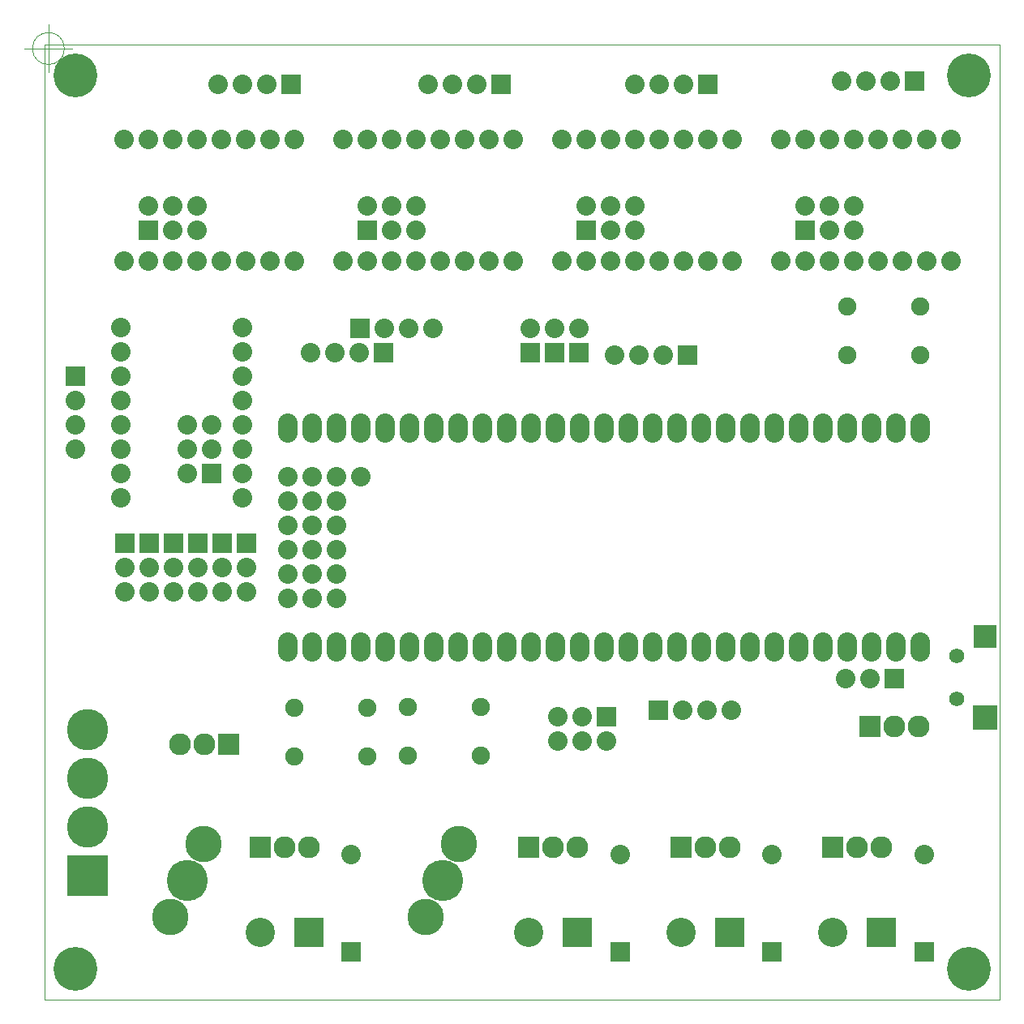
<source format=gbs>
G04 #@! TF.FileFunction,Soldermask,Bot*
%FSLAX46Y46*%
G04 Gerber Fmt 4.6, Leading zero omitted, Abs format (unit mm)*
G04 Created by KiCad (PCBNEW (after 2015-may-25 BZR unknown)-product) date 31/07/2015 1:32:04 PM*
%MOMM*%
G01*
G04 APERTURE LIST*
%ADD10C,0.150000*%
%ADD11C,0.025400*%
%ADD12C,2.032000*%
%ADD13O,2.032000X3.048000*%
%ADD14C,2.286000*%
%ADD15R,2.286000X2.286000*%
%ADD16C,1.905000*%
%ADD17R,2.032000X2.032000*%
%ADD18C,4.318000*%
%ADD19R,4.318000X4.318000*%
%ADD20R,3.048000X3.048000*%
%ADD21C,3.048000*%
%ADD22C,4.572000*%
%ADD23R,2.608580X2.608580*%
%ADD24R,2.407920X2.407920*%
%ADD25C,1.557020*%
%ADD26C,3.810000*%
%ADD27C,4.292600*%
G04 APERTURE END LIST*
D10*
D11*
X73806666Y-54360000D02*
G75*
G03X73806666Y-54360000I-1666666J0D01*
G01*
X69640000Y-54360000D02*
X74640000Y-54360000D01*
X72140000Y-51860000D02*
X72140000Y-56860000D01*
X73806666Y-54360000D02*
G75*
G03X73806666Y-54360000I-1666666J0D01*
G01*
X69640000Y-54360000D02*
X74640000Y-54360000D01*
X72140000Y-51860000D02*
X72140000Y-56860000D01*
X73806666Y-54360000D02*
G75*
G03X73806666Y-54360000I-1666666J0D01*
G01*
X69640000Y-54360000D02*
X74640000Y-54360000D01*
X72140000Y-51860000D02*
X72140000Y-56860000D01*
X73806666Y-54360000D02*
G75*
G03X73806666Y-54360000I-1666666J0D01*
G01*
X69640000Y-54360000D02*
X74640000Y-54360000D01*
X72140000Y-51860000D02*
X72140000Y-56860000D01*
X73806666Y-54360000D02*
G75*
G03X73806666Y-54360000I-1666666J0D01*
G01*
X69640000Y-54360000D02*
X74640000Y-54360000D01*
X72140000Y-51860000D02*
X72140000Y-56860000D01*
X71755000Y-53975000D02*
X71755000Y-153670000D01*
X171450000Y-53975000D02*
X71755000Y-53975000D01*
X171450000Y-153670000D02*
X171450000Y-53975000D01*
X71755000Y-153670000D02*
X171450000Y-153670000D01*
D12*
X104775000Y-99060000D03*
X102235000Y-101600000D03*
X102235000Y-106680000D03*
X102235000Y-104140000D03*
X102235000Y-109220000D03*
X102235000Y-99060000D03*
X102235000Y-111760000D03*
X99695000Y-111760000D03*
X99695000Y-99060000D03*
X99695000Y-109220000D03*
X99695000Y-104140000D03*
X99695000Y-106680000D03*
X99695000Y-101600000D03*
X97155000Y-101600000D03*
X97155000Y-106680000D03*
X97155000Y-104140000D03*
X97155000Y-109220000D03*
X97155000Y-99060000D03*
X97155000Y-111760000D03*
D13*
X158115000Y-116840000D03*
X163195000Y-116840000D03*
X160655000Y-116840000D03*
X155575000Y-116840000D03*
X153035000Y-116840000D03*
X150495000Y-116840000D03*
X142875000Y-116840000D03*
X145415000Y-116840000D03*
X147955000Y-116840000D03*
X140335000Y-116840000D03*
X137795000Y-116840000D03*
X135255000Y-116840000D03*
X120015000Y-116840000D03*
X122555000Y-116840000D03*
X125095000Y-116840000D03*
X132715000Y-116840000D03*
X130175000Y-116840000D03*
X127635000Y-116840000D03*
X117475000Y-116840000D03*
X114935000Y-116840000D03*
X112395000Y-116840000D03*
X109855000Y-116840000D03*
X97155000Y-116840000D03*
X99695000Y-116840000D03*
X102235000Y-116840000D03*
X104775000Y-116840000D03*
X107315000Y-116840000D03*
X107315000Y-93980000D03*
X104775000Y-93980000D03*
X102235000Y-93980000D03*
X99695000Y-93980000D03*
X97155000Y-93980000D03*
X109855000Y-93980000D03*
X112395000Y-93980000D03*
X114935000Y-93980000D03*
X117475000Y-93980000D03*
X127635000Y-93980000D03*
X130175000Y-93980000D03*
X132715000Y-93980000D03*
X125095000Y-93980000D03*
X122555000Y-93980000D03*
X120015000Y-93980000D03*
X135255000Y-93980000D03*
X137795000Y-93980000D03*
X140335000Y-93980000D03*
X147955000Y-93980000D03*
X145415000Y-93980000D03*
X142875000Y-93980000D03*
X150495000Y-93980000D03*
X153035000Y-93980000D03*
X155575000Y-93980000D03*
X160655000Y-93980000D03*
X163195000Y-93980000D03*
X158115000Y-93980000D03*
D14*
X99314000Y-137795000D03*
X96774000Y-137795000D03*
D15*
X94234000Y-137795000D03*
D14*
X127381000Y-137795000D03*
X124841000Y-137795000D03*
D15*
X122301000Y-137795000D03*
D14*
X143256000Y-137795000D03*
X140716000Y-137795000D03*
D15*
X138176000Y-137795000D03*
D14*
X159131000Y-137795000D03*
X156591000Y-137795000D03*
D15*
X154051000Y-137795000D03*
D16*
X155575000Y-86360000D03*
X155575000Y-81280000D03*
X163195000Y-86360000D03*
X163195000Y-81280000D03*
X105410000Y-123190000D03*
X105410000Y-128270000D03*
X97790000Y-123190000D03*
X97790000Y-128270000D03*
D12*
X97790000Y-63817500D03*
X95250000Y-63817500D03*
X92710000Y-63817500D03*
X90170000Y-63817500D03*
X87630000Y-63817500D03*
X85090000Y-63817500D03*
X82550000Y-63817500D03*
X80010000Y-63817500D03*
X80010000Y-76517500D03*
X82550000Y-76517500D03*
X85090000Y-76517500D03*
X87630000Y-76517500D03*
X90170000Y-76517500D03*
X92710000Y-76517500D03*
X95250000Y-76517500D03*
X97790000Y-76517500D03*
X143510000Y-63817500D03*
X140970000Y-63817500D03*
X138430000Y-63817500D03*
X135890000Y-63817500D03*
X133350000Y-63817500D03*
X130810000Y-63817500D03*
X128270000Y-63817500D03*
X125730000Y-63817500D03*
X125730000Y-76517500D03*
X128270000Y-76517500D03*
X130810000Y-76517500D03*
X133350000Y-76517500D03*
X135890000Y-76517500D03*
X138430000Y-76517500D03*
X140970000Y-76517500D03*
X143510000Y-76517500D03*
X166370000Y-63817500D03*
X163830000Y-63817500D03*
X161290000Y-63817500D03*
X158750000Y-63817500D03*
X156210000Y-63817500D03*
X153670000Y-63817500D03*
X151130000Y-63817500D03*
X148590000Y-63817500D03*
X148590000Y-76517500D03*
X151130000Y-76517500D03*
X153670000Y-76517500D03*
X156210000Y-76517500D03*
X158750000Y-76517500D03*
X161290000Y-76517500D03*
X163830000Y-76517500D03*
X166370000Y-76517500D03*
X79692500Y-83502500D03*
X79692500Y-86042500D03*
X79692500Y-88582500D03*
X79692500Y-91122500D03*
X79692500Y-93662500D03*
X79692500Y-96202500D03*
X79692500Y-98742500D03*
X79692500Y-101282500D03*
X92392500Y-101282500D03*
X92392500Y-98742500D03*
X92392500Y-96202500D03*
X92392500Y-93662500D03*
X92392500Y-91122500D03*
X92392500Y-88582500D03*
X92392500Y-86042500D03*
X92392500Y-83502500D03*
X120650000Y-63817500D03*
X118110000Y-63817500D03*
X115570000Y-63817500D03*
X113030000Y-63817500D03*
X110490000Y-63817500D03*
X107950000Y-63817500D03*
X105410000Y-63817500D03*
X102870000Y-63817500D03*
X102870000Y-76517500D03*
X105410000Y-76517500D03*
X107950000Y-76517500D03*
X110490000Y-76517500D03*
X113030000Y-76517500D03*
X115570000Y-76517500D03*
X118110000Y-76517500D03*
X120650000Y-76517500D03*
D17*
X162560000Y-57785000D03*
D12*
X160020000Y-57785000D03*
X157480000Y-57785000D03*
X154940000Y-57785000D03*
D17*
X74930000Y-88582500D03*
D12*
X74930000Y-91122500D03*
X74930000Y-93662500D03*
X74930000Y-96202500D03*
D17*
X119380000Y-58102500D03*
D12*
X116840000Y-58102500D03*
X114300000Y-58102500D03*
X111760000Y-58102500D03*
D17*
X107137200Y-86106000D03*
D12*
X104597200Y-86106000D03*
X102057200Y-86106000D03*
X99517200Y-86106000D03*
D17*
X140970000Y-58102500D03*
D12*
X138430000Y-58102500D03*
X135890000Y-58102500D03*
X133350000Y-58102500D03*
D17*
X97472500Y-58102500D03*
D12*
X94932500Y-58102500D03*
X92392500Y-58102500D03*
X89852500Y-58102500D03*
D17*
X105410000Y-73342500D03*
D12*
X105410000Y-70802500D03*
X107950000Y-73342500D03*
X107950000Y-70802500D03*
X110490000Y-73342500D03*
X110490000Y-70802500D03*
D17*
X82550000Y-73342500D03*
D12*
X82550000Y-70802500D03*
X85090000Y-73342500D03*
X85090000Y-70802500D03*
X87630000Y-73342500D03*
X87630000Y-70802500D03*
D17*
X128270000Y-73342500D03*
D12*
X128270000Y-70802500D03*
X130810000Y-73342500D03*
X130810000Y-70802500D03*
X133350000Y-73342500D03*
X133350000Y-70802500D03*
D17*
X151130000Y-73342500D03*
D12*
X151130000Y-70802500D03*
X153670000Y-73342500D03*
X153670000Y-70802500D03*
X156210000Y-73342500D03*
X156210000Y-70802500D03*
D17*
X89217500Y-98742500D03*
D12*
X86677500Y-98742500D03*
X89217500Y-96202500D03*
X86677500Y-96202500D03*
X89217500Y-93662500D03*
X86677500Y-93662500D03*
D17*
X160477200Y-120192800D03*
D12*
X157937200Y-120192800D03*
X155397200Y-120192800D03*
D18*
X76200000Y-135636000D03*
X76200000Y-130556000D03*
D19*
X76200000Y-140716000D03*
D18*
X76200000Y-125476000D03*
D20*
X159131000Y-146685000D03*
D21*
X154051000Y-146685000D03*
D20*
X99314000Y-146685000D03*
D21*
X94234000Y-146685000D03*
D20*
X127381000Y-146685000D03*
D21*
X122301000Y-146685000D03*
D20*
X143256000Y-146685000D03*
D21*
X138176000Y-146685000D03*
D22*
X74930000Y-150495000D03*
X74930000Y-57150000D03*
X168275000Y-57150000D03*
X168275000Y-150495000D03*
D17*
X147701000Y-148717000D03*
D12*
X147701000Y-138557000D03*
D17*
X163576000Y-148717000D03*
D12*
X163576000Y-138557000D03*
D17*
X131826000Y-148717000D03*
D12*
X131826000Y-138557000D03*
D17*
X103759000Y-148717000D03*
D12*
X103759000Y-138557000D03*
D14*
X85852000Y-127000000D03*
X88392000Y-127000000D03*
D15*
X90932000Y-127000000D03*
D17*
X135788400Y-123444000D03*
D12*
X138328400Y-123444000D03*
X140868400Y-123444000D03*
X143408400Y-123444000D03*
D23*
X169989500Y-124264420D03*
D24*
X169989500Y-115765580D03*
D25*
X166989760Y-117764560D03*
X166989760Y-122265440D03*
D16*
X117310000Y-123160000D03*
X117310000Y-128240000D03*
X109690000Y-123160000D03*
X109690000Y-128240000D03*
D17*
X104648000Y-83566000D03*
D12*
X107188000Y-83566000D03*
X109728000Y-83566000D03*
X112268000Y-83566000D03*
D17*
X127508000Y-86106000D03*
D12*
X127508000Y-83566000D03*
D17*
X124968000Y-86106000D03*
D12*
X124968000Y-83566000D03*
D17*
X122428000Y-86106000D03*
D12*
X122428000Y-83566000D03*
D17*
X130403600Y-124104400D03*
D12*
X130403600Y-126644400D03*
X127863600Y-124104400D03*
X127863600Y-126644400D03*
X125323600Y-124104400D03*
X125323600Y-126644400D03*
D17*
X138887200Y-86410800D03*
D12*
X136347200Y-86410800D03*
X133807200Y-86410800D03*
X131267200Y-86410800D03*
D26*
X84886800Y-145034000D03*
X88341200Y-137414000D03*
D27*
X86614000Y-141224000D03*
D26*
X111556800Y-145034000D03*
X115011200Y-137414000D03*
D27*
X113284000Y-141224000D03*
D17*
X82651600Y-106019600D03*
D12*
X82651600Y-108559600D03*
X82651600Y-111099600D03*
D17*
X92811600Y-106019600D03*
D12*
X92811600Y-108559600D03*
X92811600Y-111099600D03*
D17*
X87731600Y-106019600D03*
D12*
X87731600Y-108559600D03*
X87731600Y-111099600D03*
D17*
X80111600Y-106019600D03*
D12*
X80111600Y-108559600D03*
X80111600Y-111099600D03*
D17*
X90271600Y-106019600D03*
D12*
X90271600Y-108559600D03*
X90271600Y-111099600D03*
D17*
X85191600Y-106019600D03*
D12*
X85191600Y-108559600D03*
X85191600Y-111099600D03*
D14*
X162966400Y-125171200D03*
X160426400Y-125171200D03*
D15*
X157886400Y-125171200D03*
M02*

</source>
